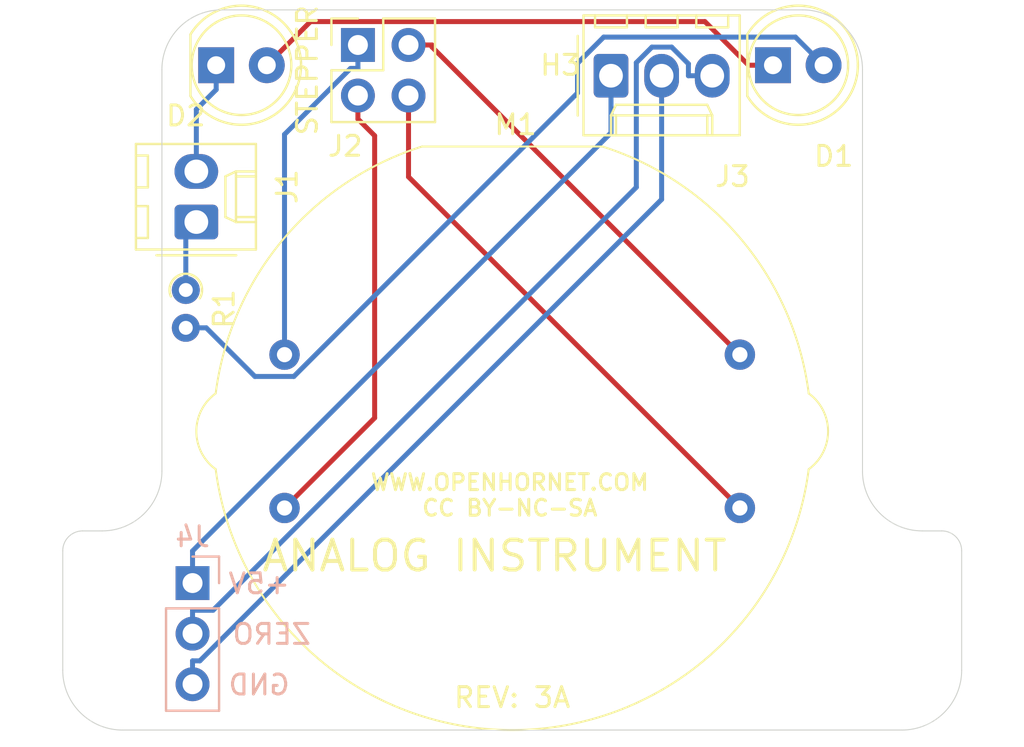
<source format=kicad_pcb>
(kicad_pcb (version 20211014) (generator pcbnew)
  (layers (0 "F.Cu" signal) (31 "B.Cu" signal) (34 "B.Paste" user) (35 "F.Paste" user) (36 "B.SilkS" user "B.Silkscreen") (37 "F.SilkS" user "F.Silkscreen") (38 "B.Mask" user) (39 "F.Mask" user) (44 "Edge.Cuts" user))
  (net 0 "")
  (net 1 "GND")
  (net 2 "/ZERO_DETECT")
  (net 3 "/COIL2")
  (net 4 "/COIL1")
  (net 5 "/COIL4")
  (net 6 "/COIL3")
  (net 7 "Net-(D1-Pad1)")
  (net 8 "Net-(D1-Pad2)")
  (net 9 "Net-(D2-Pad1)")
  (net 10 "Net-(J1-Pad1)")
  (net 11 "/5V")
  (footprint "MountingHole:MountingHole_2.5mm" (layer "F.Cu") (at 179.9378 78.4846)
    (fp_text reference "H3" (at 2.417749 0) (layer "F.SilkS"))
    (fp_text value "MountingHole")
    (pad "" np_thru_hole circle locked (at 0 0) (size 2.5 2.5) (drill 2.5) (layers *.Cu *.Mask))
  )
  (footprint "KiCAD Libraries:VID29-02" (layer "F.Cu") (at 180.1028 96.868)
    (fp_text reference "M1" (at 0 -15.4) (layer "F.SilkS"))
    (fp_text value "VID29-02")
    (fp_line (start -4.693796 -14.3) (end 4.363796 -14.3) (layer "F.SilkS") (width 0.1))
    (fp_arc (start 4.373398 -14.296955) (mid 11.352785 -9.609402) (end 14.713796 -1.903003) (layer "F.SilkS") (width 0.1))
    (fp_arc (start -15.042154 1.904192) (mid -16.015 0.001014) (end -15.043796 -1.903003) (layer "F.SilkS") (width 0.1))
    (fp_arc (start 14.713036 1.908935) (mid -0.16799 14.999999) (end -15.043796 1.903003) (layer "F.SilkS") (width 0.1))
    (fp_arc (start -15.042514 -1.912994) (mid -11.676329 -9.617135) (end -4.693796 -14.299999) (layer "F.SilkS") (width 0.1))
    (fp_arc (start 14.712154 -1.904192) (mid 15.685 -0.001014) (end 14.713796 1.903003) (layer "F.SilkS") (width 0.1))
    (pad "" np_thru_hole circle locked (at -9.165 -9) (size 2.5 2.5) (drill 2.5) (layers *.Cu *.Mask))
    (pad "" np_thru_hole circle locked (at 13.335 0) (size 2.2 2.2) (drill 2.2) (layers *.Cu *.Mask))
    (pad "" np_thru_hole circle locked (at -0.165 10) (size 3.8 3.8) (drill 3.8) (layers *.Cu *.Mask))
    (pad "" np_thru_hole circle locked (at -13.665 0) (size 2.2 2.2) (drill 2.2) (layers *.Cu *.Mask))
    (pad "1" thru_hole circle locked (at -11.59 -3.85) (size 1.524 1.524) (drill 0.762) (layers *.Cu *.Mask) (net 4 "/COIL1"))
    (pad "2" thru_hole circle locked (at -11.59 3.85) (size 1.524 1.524) (drill 0.762) (layers *.Cu *.Mask) (net 3 "/COIL2"))
    (pad "3" thru_hole circle locked (at 11.26 3.85) (size 1.524 1.524) (drill 0.762) (layers *.Cu *.Mask) (net 6 "/COIL3"))
    (pad "4" thru_hole circle locked (at 11.26 -3.85) (size 1.524 1.524) (drill 0.762) (layers *.Cu *.Mask) (net 5 "/COIL4"))
  )
  (footprint "MountingHole:MountingHole_2.5mm" (layer "F.Cu") (at 159.3843 106.868)
    (fp_text reference "H1")
    (fp_text value "MountingHole")
    (pad "" np_thru_hole circle locked (at 0 0) (size 2.5 2.5) (drill 2.5) (layers *.Cu *.Mask))
  )
  (footprint "MountingHole:MountingHole_2.5mm" (layer "F.Cu") (at 200.4913 106.868)
    (fp_text reference "H2")
    (fp_text value "MountingHole")
    (pad "" np_thru_hole circle locked (at 0 0) (size 2.5 2.5) (drill 2.5) (layers *.Cu *.Mask))
  )
  (footprint "Connector_PinHeader_2.54mm:PinHeader_2x02_P2.54mm_Vertical" (layer "F.Cu") (at 172.1955 77.4686)
    (fp_text reference "J2" (at -0.635 5.08) (layer "F.SilkS"))
    (fp_text value "STEPPER" (at -2.54 1.27 90) (layer "F.SilkS"))
    (fp_line (start -1.33 1.27) (end 1.27 1.27) (layer "F.SilkS") (width 0.12))
    (fp_line (start -1.33 0) (end -1.33 -1.33) (layer "F.SilkS") (width 0.12))
    (fp_line (start -1.33 1.27) (end -1.33 3.87) (layer "F.SilkS") (width 0.12))
    (fp_line (start 3.87 -1.33) (end 3.87 3.87) (layer "F.SilkS") (width 0.12))
    (fp_line (start -1.33 3.87) (end 3.87 3.87) (layer "F.SilkS") (width 0.12))
    (fp_line (start 1.27 -1.33) (end 3.87 -1.33) (layer "F.SilkS") (width 0.12))
    (fp_line (start -1.33 -1.33) (end 0 -1.33) (layer "F.SilkS") (width 0.12))
    (fp_line (start 1.27 1.27) (end 1.27 -1.33) (layer "F.SilkS") (width 0.12))
    (pad "1" thru_hole rect locked (at 0 0) (size 1.7 1.7) (drill 1) (layers *.Cu *.Mask) (net 4 "/COIL1"))
    (pad "2" thru_hole oval locked (at 2.54 0) (size 1.7 1.7) (drill 1) (layers *.Cu *.Mask) (net 5 "/COIL4"))
    (pad "3" thru_hole oval locked (at 0 2.54) (size 1.7 1.7) (drill 1) (layers *.Cu *.Mask) (net 3 "/COIL2"))
    (pad "4" thru_hole oval locked (at 2.54 2.54) (size 1.7 1.7) (drill 1) (layers *.Cu *.Mask) (net 6 "/COIL3"))
  )
  (footprint "Connector_Molex:Molex_KK-254_AE-6410-02A_1x02_P2.54mm_Vertical" (layer "F.Cu") (at 164.0875 86.3586 90)
    (fp_text reference "J1" (at 1.778026 4.552015 90) (layer "F.SilkS"))
    (fp_text value "Conn_01x02_Female")
    (fp_line (start 1.74 -3.03) (end 1.74 -2.43) (layer "F.SilkS") (width 0.12))
    (fp_line (start -1.38 -3.03) (end -1.38 2.99) (layer "F.SilkS") (width 0.12))
    (fp_line (start 0.8 -2.43) (end 0.8 -3.03) (layer "F.SilkS") (width 0.12))
    (fp_line (start 0 1.99) (end 2.54 1.99) (layer "F.SilkS") (width 0.12))
    (fp_line (start 2.54 1.99) (end 2.54 2.99) (layer "F.SilkS") (width 0.12))
    (fp_line (start -1.67 -2) (end -1.67 2) (layer "F.SilkS") (width 0.12))
    (fp_line (start 2.29 1.46) (end 2.54 1.99) (layer "F.SilkS") (width 0.12))
    (fp_line (start 1.74 -2.43) (end 3.34 -2.43) (layer "F.SilkS") (width 0.12))
    (fp_line (start 3.92 -3.03) (end -1.38 -3.03) (layer "F.SilkS") (width 0.12))
    (fp_line (start -1.38 2.99) (end 3.92 2.99) (layer "F.SilkS") (width 0.12))
    (fp_line (start -0.8 -3.03) (end -0.8 -2.43) (layer "F.SilkS") (width 0.12))
    (fp_line (start 0 2.99) (end 0 1.99) (layer "F.SilkS") (width 0.12))
    (fp_line (start 2.29 2.99) (end 2.29 1.99) (layer "F.SilkS") (width 0.12))
    (fp_line (start 3.92 2.99) (end 3.92 -3.03) (layer "F.SilkS") (width 0.12))
    (fp_line (start 0.25 2.99) (end 0.25 1.99) (layer "F.SilkS") (width 0.12))
    (fp_line (start 3.34 -2.43) (end 3.34 -3.03) (layer "F.SilkS") (width 0.12))
    (fp_line (start -0.8 -2.43) (end 0.8 -2.43) (layer "F.SilkS") (width 0.12))
    (fp_line (start 0.25 1.46) (end 2.29 1.46) (layer "F.SilkS") (width 0.12))
    (fp_line (start 0 1.99) (end 0.25 1.46) (layer "F.SilkS") (width 0.12))
    (pad "1" thru_hole roundrect (at 0 0 90) (size 1.74 2.19) (drill 1.19) (layers *.Cu *.Mask) (roundrect_rratio 0.143678) (net 10 "Net-(J1-Pad1)"))
    (pad "2" thru_hole oval (at 2.54 0 90) (size 1.74 2.19) (drill 1.19) (layers *.Cu *.Mask) (net 9 "Net-(D2-Pad1)"))
  )
  (footprint "Resistor_THT:R_Axial_DIN0204_L3.6mm_D1.6mm_P1.90mm_Vertical" (layer "F.Cu") (at 163.5595 89.7716 -90)
    (fp_text reference "R1" (at 0.95 -1.92 90) (layer "F.SilkS"))
    (fp_text value "R")
    (fp_arc (start 0.320095 0.749359) (mid -0.813042 -0.054435) (end 0.417133 -0.7) (layer "F.SilkS") (width 0.12))
    (pad "1" thru_hole circle (at 0 0 270) (size 1.4 1.4) (drill 0.7) (layers *.Cu *.Mask) (net 10 "Net-(J1-Pad1)"))
    (pad "2" thru_hole oval (at 1.9 0 270) (size 1.4 1.4) (drill 0.7) (layers *.Cu *.Mask) (net 8 "Net-(D1-Pad2)"))
  )
  (footprint "Connector_Molex:Molex_KK-254_AE-6410-03A_1x03_P2.54mm_Vertical" (layer "F.Cu") (at 184.8955 79.0126)
    (fp_text reference "J3" (at 6.096015 5.059974) (layer "F.SilkS"))
    (fp_text value "Conn_01x03_Female")
    (fp_line (start 0 1.99) (end 0.25 1.46) (layer "F.SilkS") (width 0.12))
    (fp_line (start -1.38 2.99) (end 6.46 2.99) (layer "F.SilkS") (width 0.12))
    (fp_line (start -1.38 -3.03) (end -1.38 2.99) (layer "F.SilkS") (width 0.12))
    (fp_line (start -0.8 -2.43) (end 0.8 -2.43) (layer "F.SilkS") (width 0.12))
    (fp_line (start 4.28 -3.03) (end 4.28 -2.43) (layer "F.SilkS") (width 0.12))
    (fp_line (start 3.34 -2.43) (end 3.34 -3.03) (layer "F.SilkS") (width 0.12))
    (fp_line (start 0.25 1.46) (end 4.83 1.46) (layer "F.SilkS") (width 0.12))
    (fp_line (start 1.74 -2.43) (end 3.34 -2.43) (layer "F.SilkS") (width 0.12))
    (fp_line (start 0.25 2.99) (end 0.25 1.99) (layer "F.SilkS") (width 0.12))
    (fp_line (start 4.83 2.99) (end 4.83 1.99) (layer "F.SilkS") (width 0.12))
    (fp_line (start -0.8 -3.03) (end -0.8 -2.43) (layer "F.SilkS") (width 0.12))
    (fp_line (start 0 1.99) (end 5.08 1.99) (layer "F.SilkS") (width 0.12))
    (fp_line (start 5.08 1.99) (end 5.08 2.99) (layer "F.SilkS") (width 0.12))
    (fp_line (start 4.28 -2.43) (end 5.88 -2.43) (layer "F.SilkS") (width 0.12))
    (fp_line (start 0.8 -2.43) (end 0.8 -3.03) (layer "F.SilkS") (width 0.12))
    (fp_line (start -1.67 -2) (end -1.67 2) (layer "F.SilkS") (width 0.12))
    (fp_line (start 6.46 2.99) (end 6.46 -3.03) (layer "F.SilkS") (width 0.12))
    (fp_line (start 4.83 1.46) (end 5.08 1.99) (layer "F.SilkS") (width 0.12))
    (fp_line (start 5.88 -2.43) (end 5.88 -3.03) (layer "F.SilkS") (width 0.12))
    (fp_line (start 0 2.99) (end 0 1.99) (layer "F.SilkS") (width 0.12))
    (fp_line (start 1.74 -3.03) (end 1.74 -2.43) (layer "F.SilkS") (width 0.12))
    (fp_line (start 6.46 -3.03) (end -1.38 -3.03) (layer "F.SilkS") (width 0.12))
    (pad "1" thru_hole roundrect (at 0 0) (size 1.74 2.19) (drill 1.19) (layers *.Cu *.Mask) (roundrect_rratio 0.143678) (net 11 "/5V"))
    (pad "2" thru_hole oval (at 2.54 0) (size 1.74 2.19) (drill 1.19) (layers *.Cu *.Mask) (net 1 "GND"))
    (pad "3" thru_hole oval (at 5.08 0) (size 1.74 2.19) (drill 1.19) (layers *.Cu *.Mask) (net 2 "/ZERO_DETECT"))
  )
  (footprint "LED_THT:LED_D5.0mm" (layer "F.Cu") (at 165.0835 78.4846)
    (fp_text reference "D2" (at -1.523985 2.539974) (layer "F.SilkS"))
    (fp_text value "LED")
    (fp_line (start -1.29 -1.545) (end -1.29 1.545) (layer "F.SilkS") (width 0.12))
    (fp_arc (start -1.29 -1.54483) (mid 2.072002 -2.880433) (end 4.26 0.000462) (layer "F.SilkS") (width 0.12))
    (fp_arc (start 4.26 -0.000462) (mid 2.072002 2.880433) (end -1.29 1.54483) (layer "F.SilkS") (width 0.12))
    (fp_circle (center 1.27 0) (end 3.77 0) (layer "F.SilkS") (width 0.12) (fill none))
    (pad "1" thru_hole rect (at 0 0) (size 1.8 1.8) (drill 0.9) (layers *.Cu *.Mask) (net 9 "Net-(D2-Pad1)"))
    (pad "2" thru_hole circle (at 2.54 0) (size 1.8 1.8) (drill 0.9) (layers *.Cu *.Mask) (net 7 "Net-(D1-Pad1)"))
  )
  (footprint "LED_THT:LED_D5.0mm" (layer "F.Cu") (at 193.0235 78.4846)
    (fp_text reference "D1" (at 3.048015 4.571974) (layer "F.SilkS"))
    (fp_text value "LED")
    (fp_line (start -1.29 -1.545) (end -1.29 1.545) (layer "F.SilkS") (width 0.12))
    (fp_arc (start -1.29 -1.54483) (mid 2.072002 -2.880433) (end 4.26 0.000462) (layer "F.SilkS") (width 0.12))
    (fp_arc (start 4.26 -0.000462) (mid 2.072002 2.880433) (end -1.29 1.54483) (layer "F.SilkS") (width 0.12))
    (fp_circle (center 1.27 0) (end 3.77 0) (layer "F.SilkS") (width 0.12) (fill none))
    (pad "1" thru_hole rect (at 0 0) (size 1.8 1.8) (drill 0.9) (layers *.Cu *.Mask) (net 7 "Net-(D1-Pad1)"))
    (pad "2" thru_hole circle (at 2.54 0) (size 1.8 1.8) (drill 0.9) (layers *.Cu *.Mask) (net 8 "Net-(D1-Pad2)"))
  )
  (footprint "Connector_PinHeader_2.54mm:PinHeader_1x03_P2.54mm_Vertical" (layer "B.Cu") (at 163.8978 104.488 180)
    (fp_text reference "J4" (at 0 2.33) (layer "B.SilkS") (effects (justify mirror)))
    (fp_text value "ZERO")
    (fp_line (start -1.33 -1.27) (end 1.33 -1.27) (layer "B.SilkS") (width 0.12))
    (fp_line (start -1.33 1.33) (end 0 1.33) (layer "B.SilkS") (width 0.12))
    (fp_line (start -1.33 0) (end -1.33 1.33) (layer "B.SilkS") (width 0.12))
    (fp_line (start -1.33 -1.27) (end -1.33 -6.41) (layer "B.SilkS") (width 0.12))
    (fp_line (start 1.33 -1.27) (end 1.33 -6.41) (layer "B.SilkS") (width 0.12))
    (fp_line (start -1.33 -6.41) (end 1.33 -6.41) (layer "B.SilkS") (width 0.12))
    (pad "1" thru_hole rect locked (at 0 0 180) (size 1.7 1.7) (drill 1) (layers *.Cu *.Mask) (net 11 "/5V"))
    (pad "2" thru_hole oval locked (at 0 -2.54 180) (size 1.7 1.7) (drill 1) (layers *.Cu *.Mask) (net 2 "/ZERO_DETECT"))
    (pad "3" thru_hole oval locked (at 0 -5.08 180) (size 1.7 1.7) (drill 1) (layers *.Cu *.Mask) (net 1 "GND"))
  )
  (gr_line (start 160.384281 111.867951) (end 199.49125 111.867951) (layer "Edge.Cuts") (width 0.05))
  (gr_line (start 197.515515 78.705452) (end 197.515515 98.867952) (layer "Edge.Cuts") (width 0.05))
  (gr_line (start 194.515515 75.705452) (end 165.360016 75.705452) (layer "Edge.Cuts") (width 0.05))
  (gr_arc (start 194.515515 75.705452) (mid 196.636835 76.584132) (end 197.515515 78.705452) (layer "Edge.Cuts") (width 0.05))
  (gr_arc (start 160.384281 111.867951) (mid 158.262961 110.989271) (end 157.384281 108.867951) (layer "Edge.Cuts") (width 0.05))
  (gr_line (start 159.360016 101.867951) (end 158.384281 101.867951) (layer "Edge.Cuts") (width 0.05))
  (gr_arc (start 200.515515 101.867952) (mid 198.394195 100.989272) (end 197.515515 98.867952) (layer "Edge.Cuts") (width 0.05))
  (gr_arc (start 162.360016 78.705452) (mid 163.238696 76.584132) (end 165.360016 75.705452) (layer "Edge.Cuts") (width 0.05))
  (gr_line (start 157.384281 108.867951) (end 157.384281 102.867951) (layer "Edge.Cuts") (width 0.05))
  (gr_line (start 162.360016 78.705452) (end 162.360016 98.867952) (layer "Edge.Cuts") (width 0.05))
  (gr_arc (start 157.384281 102.867951) (mid 157.677174 102.160844) (end 158.384281 101.867951) (layer "Edge.Cuts") (width 0.05))
  (gr_arc (start 202.49125 108.867951) (mid 201.61257 110.989271) (end 199.49125 111.867951) (layer "Edge.Cuts") (width 0.05))
  (gr_line (start 200.515515 101.867951) (end 201.49125 101.867951) (layer "Edge.Cuts") (width 0.05))
  (gr_arc (start 162.360015 98.867952) (mid 161.481336 100.989272) (end 159.360016 101.867951) (layer "Edge.Cuts") (width 0.05))
  (gr_arc (start 201.49125 101.867951) (mid 202.198357 102.160844) (end 202.49125 102.867951) (layer "Edge.Cuts") (width 0.05))
  (gr_line (start 202.49125 108.867951) (end 202.49125 102.867951) (layer "Edge.Cuts") (width 0.05))
  (gr_text "ZERO\n" (at 167.872766 107.059574) (layer "B.SilkS") (effects (font (size 1 1)) (justify mirror)))
  (gr_text "GND" (at 167.237766 109.599574) (layer "B.SilkS") (effects (font (size 1 1)) (justify mirror)))
  (gr_text "+5V" (at 167.237766 104.519574) (layer "B.SilkS") (effects (font (size 1 1)) (justify mirror)))
  (gr_text "REV: 3A" (at 179.937766 110.234574) (layer "F.SilkS") (effects (font (size 1 1))))
  (gr_text "WWW.OPENHORNET.COM\nCC BY-NC-SA" (at 179.815515 100.074574) (layer "F.SilkS") (effects (font (size 0.8 0.8))))
  (gr_text "ANALOG INSTRUMENT" (at 179.053515 103.122574) (layer "F.SilkS") (effects (font (size 1.5 1.5) (thickness 0.2))))
  (segment (start 163.8978 109.568) (end 163.8978 108.3927) (width 0.25) (layer "B.Cu") (net 1))
  (segment (start 163.8978 108.3927) (end 164.2651 108.3927) (width 0.25) (layer "B.Cu") (net 1))
  (segment (start 164.2651 108.3927) (end 187.4355 85.2223) (width 0.25) (layer "B.Cu") (net 1))
  (segment (start 187.4355 85.2223) (end 187.4355 79.0126) (width 0.25) (layer "B.Cu") (net 1))
  (segment (start 164.9262 105.8527) (end 186.166 84.6129) (width 0.25) (layer "B.Cu") (net 2))
  (segment (start 163.8978 107.028) (end 163.8978 105.8527) (width 0.25) (layer "B.Cu") (net 2))
  (segment (start 186.166 78.3572) (end 186.9474 77.5758) (width 0.25) (layer "B.Cu") (net 2))
  (segment (start 187.941 77.5758) (end 188.7802 78.415) (width 0.25) (layer "B.Cu") (net 2))
  (segment (start 163.8978 105.8527) (end 164.9262 105.8527) (width 0.25) (layer "B.Cu") (net 2))
  (segment (start 189.9755 79.0126) (end 188.7802 79.0126) (width 0.25) (layer "B.Cu") (net 2))
  (segment (start 188.7802 78.415) (end 188.7802 79.0126) (width 0.25) (layer "B.Cu") (net 2))
  (segment (start 186.166 84.6129) (end 186.166 78.3572) (width 0.25) (layer "B.Cu") (net 2))
  (segment (start 186.9474 77.5758) (end 187.941 77.5758) (width 0.25) (layer "B.Cu") (net 2))
  (segment (start 172.1955 80.0086) (end 172.1955 81.1839) (width 0.25) (layer "F.Cu") (net 3))
  (segment (start 173.035 96.1958) (end 168.5128 100.718) (width 0.25) (layer "F.Cu") (net 3))
  (segment (start 173.035 82.0234) (end 173.035 96.1958) (width 0.25) (layer "F.Cu") (net 3))
  (segment (start 172.1955 81.1839) (end 173.035 82.0234) (width 0.25) (layer "F.Cu") (net 3))
  (segment (start 172.1955 78.6439) (end 171.8282 78.6439) (width 0.25) (layer "B.Cu") (net 4))
  (segment (start 168.5128 81.9593) (end 168.5128 93.018) (width 0.25) (layer "B.Cu") (net 4))
  (segment (start 171.8282 78.6439) (end 168.5128 81.9593) (width 0.25) (layer "B.Cu") (net 4))
  (segment (start 172.1955 77.4686) (end 172.1955 78.6439) (width 0.25) (layer "B.Cu") (net 4))
  (segment (start 175.9108 77.4686) (end 175.9108 77.566) (width 0.25) (layer "F.Cu") (net 5))
  (segment (start 174.7355 77.4686) (end 175.9108 77.4686) (width 0.25) (layer "F.Cu") (net 5))
  (segment (start 175.9108 77.566) (end 191.3628 93.018) (width 0.25) (layer "F.Cu") (net 5))
  (segment (start 174.7355 84.0907) (end 191.3628 100.718) (width 0.25) (layer "F.Cu") (net 6))
  (segment (start 174.7355 80.0086) (end 174.7355 84.0907) (width 0.25) (layer "F.Cu") (net 6))
  (segment (start 193.0235 78.4846) (end 191.7982 78.4846) (width 0.25) (layer "F.Cu") (net 7))
  (segment (start 169.8149 76.2932) (end 167.6235 78.4846) (width 0.25) (layer "F.Cu") (net 7))
  (segment (start 191.7982 78.4846) (end 189.6068 76.2932) (width 0.25) (layer "F.Cu") (net 7))
  (segment (start 189.6068 76.2932) (end 169.8149 76.2932) (width 0.25) (layer "F.Cu") (net 7))
  (segment (start 163.5595 91.6716) (end 164.5848 91.6716) (width 0.25) (layer "B.Cu") (net 8))
  (segment (start 184.5291 77.0726) (end 183.2139 78.3878) (width 0.25) (layer "B.Cu") (net 8))
  (segment (start 167.0264 94.1132) (end 164.5848 91.6716) (width 0.25) (layer "B.Cu") (net 8))
  (segment (start 183.2139 79.8793) (end 168.98 94.1132) (width 0.25) (layer "B.Cu") (net 8))
  (segment (start 195.5635 78.4846) (end 194.1515 77.0726) (width 0.25) (layer "B.Cu") (net 8))
  (segment (start 194.1515 77.0726) (end 184.5291 77.0726) (width 0.25) (layer "B.Cu") (net 8))
  (segment (start 168.98 94.1132) (end 167.0264 94.1132) (width 0.25) (layer "B.Cu") (net 8))
  (segment (start 183.2139 78.3878) (end 183.2139 79.8793) (width 0.25) (layer "B.Cu") (net 8))
  (segment (start 165.0835 78.4846) (end 165.0835 79.7099) (width 0.25) (layer "B.Cu") (net 9))
  (segment (start 165.0835 79.7099) (end 164.0875 80.7059) (width 0.25) (layer "B.Cu") (net 9))
  (segment (start 164.0875 80.7059) (end 164.0875 83.8186) (width 0.25) (layer "B.Cu") (net 9))
  (segment (start 163.5595 86.8866) (end 163.5595 89.7716) (width 0.25) (layer "B.Cu") (net 10))
  (segment (start 164.0875 86.3586) (end 163.5595 86.8866) (width 0.25) (layer "B.Cu") (net 10))
  (segment (start 163.8978 102.8753) (end 163.8978 104.488) (width 0.25) (layer "B.Cu") (net 11))
  (segment (start 184.8955 81.8776) (end 163.8978 102.8753) (width 0.25) (layer "B.Cu") (net 11))
  (segment (start 184.8955 79.0126) (end 184.8955 81.8776) (width 0.25) (layer "B.Cu") (net 11))
)
</source>
